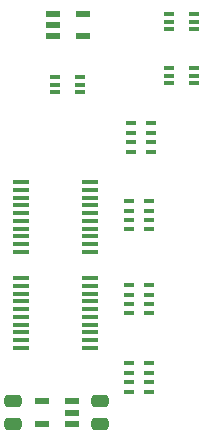
<source format=gtp>
%TF.GenerationSoftware,KiCad,Pcbnew,9.0.7*%
%TF.CreationDate,2026-01-31T13:31:12+02:00*%
%TF.ProjectId,HCP65 Board Presence,48435036-3520-4426-9f61-726420507265,V0*%
%TF.SameCoordinates,Original*%
%TF.FileFunction,Paste,Top*%
%TF.FilePolarity,Positive*%
%FSLAX46Y46*%
G04 Gerber Fmt 4.6, Leading zero omitted, Abs format (unit mm)*
G04 Created by KiCad (PCBNEW 9.0.7) date 2026-01-31 13:31:12*
%MOMM*%
%LPD*%
G01*
G04 APERTURE LIST*
G04 Aperture macros list*
%AMRoundRect*
0 Rectangle with rounded corners*
0 $1 Rounding radius*
0 $2 $3 $4 $5 $6 $7 $8 $9 X,Y pos of 4 corners*
0 Add a 4 corners polygon primitive as box body*
4,1,4,$2,$3,$4,$5,$6,$7,$8,$9,$2,$3,0*
0 Add four circle primitives for the rounded corners*
1,1,$1+$1,$2,$3*
1,1,$1+$1,$4,$5*
1,1,$1+$1,$6,$7*
1,1,$1+$1,$8,$9*
0 Add four rect primitives between the rounded corners*
20,1,$1+$1,$2,$3,$4,$5,0*
20,1,$1+$1,$4,$5,$6,$7,0*
20,1,$1+$1,$6,$7,$8,$9,0*
20,1,$1+$1,$8,$9,$2,$3,0*%
G04 Aperture macros list end*
%ADD10R,0.900000X0.450000*%
%ADD11R,1.475000X0.450000*%
%ADD12R,0.875000X0.450000*%
%ADD13R,1.250000X0.600000*%
%ADD14RoundRect,0.250000X0.475000X-0.250000X0.475000X0.250000X-0.475000X0.250000X-0.475000X-0.250000X0*%
%ADD15R,1.150000X0.600000*%
G04 APERTURE END LIST*
D10*
%TO.C,RN4*%
X15162000Y-25743000D03*
X15162000Y-26543000D03*
X15162000Y-27343000D03*
X15162000Y-28143000D03*
X13462000Y-28143000D03*
X13462000Y-27343000D03*
X13462000Y-26543000D03*
X13462000Y-25743000D03*
%TD*%
%TO.C,RN1*%
X15289000Y-5423000D03*
X15289000Y-6223000D03*
X15289000Y-7023000D03*
X15289000Y-7823000D03*
X13589000Y-7823000D03*
X13589000Y-7023000D03*
X13589000Y-6223000D03*
X13589000Y-5423000D03*
%TD*%
D11*
%TO.C,IC2*%
X4291000Y-16279000D03*
X4291000Y-15629000D03*
X4291000Y-14979000D03*
X4291000Y-14329000D03*
X4291000Y-13679000D03*
X4291000Y-13029000D03*
X4291000Y-12379000D03*
X4291000Y-11729000D03*
X4291000Y-11079000D03*
X4291000Y-10429000D03*
X10167000Y-10429000D03*
X10167000Y-11079000D03*
X10167000Y-11729000D03*
X10167000Y-12379000D03*
X10167000Y-13029000D03*
X10167000Y-13679000D03*
X10167000Y-14329000D03*
X10167000Y-14979000D03*
X10167000Y-15629000D03*
X10167000Y-16279000D03*
%TD*%
D10*
%TO.C,RN2*%
X15162000Y-12008000D03*
X15162000Y-12808000D03*
X15162000Y-13608000D03*
X15162000Y-14408000D03*
X13462000Y-14408000D03*
X13462000Y-13608000D03*
X13462000Y-12808000D03*
X13462000Y-12008000D03*
%TD*%
D11*
%TO.C,IC4*%
X4291000Y-24407000D03*
X4291000Y-23757000D03*
X4291000Y-23107000D03*
X4291000Y-22457000D03*
X4291000Y-21807000D03*
X4291000Y-21157000D03*
X4291000Y-20507000D03*
X4291000Y-19857000D03*
X4291000Y-19207000D03*
X4291000Y-18557000D03*
X10167000Y-18557000D03*
X10167000Y-19207000D03*
X10167000Y-19857000D03*
X10167000Y-20507000D03*
X10167000Y-21157000D03*
X10167000Y-21807000D03*
X10167000Y-22457000D03*
X10167000Y-23107000D03*
X10167000Y-23757000D03*
X10167000Y-24407000D03*
%TD*%
D10*
%TO.C,RN3*%
X15162000Y-19120000D03*
X15162000Y-19920000D03*
X15162000Y-20720000D03*
X15162000Y-21520000D03*
X13462000Y-21520000D03*
X13462000Y-20720000D03*
X13462000Y-19920000D03*
X13462000Y-19120000D03*
%TD*%
D12*
%TO.C,IC8*%
X16845000Y3825000D03*
X16845000Y3175000D03*
X16845000Y2525000D03*
X18969000Y2525000D03*
X18969000Y3175000D03*
X18969000Y3825000D03*
%TD*%
%TO.C,IC7*%
X16845000Y-747000D03*
X16845000Y-1397000D03*
X16845000Y-2047000D03*
X18969000Y-2047000D03*
X18969000Y-1397000D03*
X18969000Y-747000D03*
%TD*%
%TO.C,IC1*%
X7193000Y-1509000D03*
X7193000Y-2159000D03*
X7193000Y-2809000D03*
X9317000Y-2809000D03*
X9317000Y-2159000D03*
X9317000Y-1509000D03*
%TD*%
D13*
%TO.C,IC6*%
X7005000Y3871000D03*
X7005000Y2921000D03*
X7005000Y1971000D03*
X9505000Y1971000D03*
X9505000Y3871000D03*
%TD*%
D14*
%TO.C,C5*%
X3653000Y-30845000D03*
X3653000Y-28945000D03*
%TD*%
%TO.C,C4*%
X11019000Y-30845000D03*
X11019000Y-28945000D03*
%TD*%
D15*
%TO.C,IC5*%
X8636000Y-30861000D03*
X8636000Y-29911000D03*
X8636000Y-28961000D03*
X6036000Y-28961000D03*
X6036000Y-30861000D03*
%TD*%
M02*

</source>
